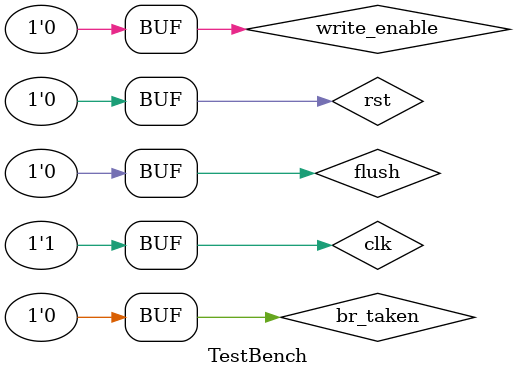
<source format=v>
`timescale 1ns / 1ps

module TestBench ();
	reg clk;
	reg rst; // SW[0]
	reg br_taken; // SW[1]
	reg flush ; // SW[2]
	reg write_enable; // SW[3]

	Mips mips(.CLOCK_50(clk),.SW({17'b00000000000000,write_enable,flush,br_taken,rst}));

	initial begin
		rst = 1'b1;
		clk = 1'b1;
		br_taken = 1'b0;
		flush = 1'b0;
		write_enable = 1'b0;

		#100 rst = 1'b0;
		#100 rst = 1'b1;
		#100 rst = 1'b0;

		repeat (1000) #20 clk = !clk;
	end

endmodule

</source>
